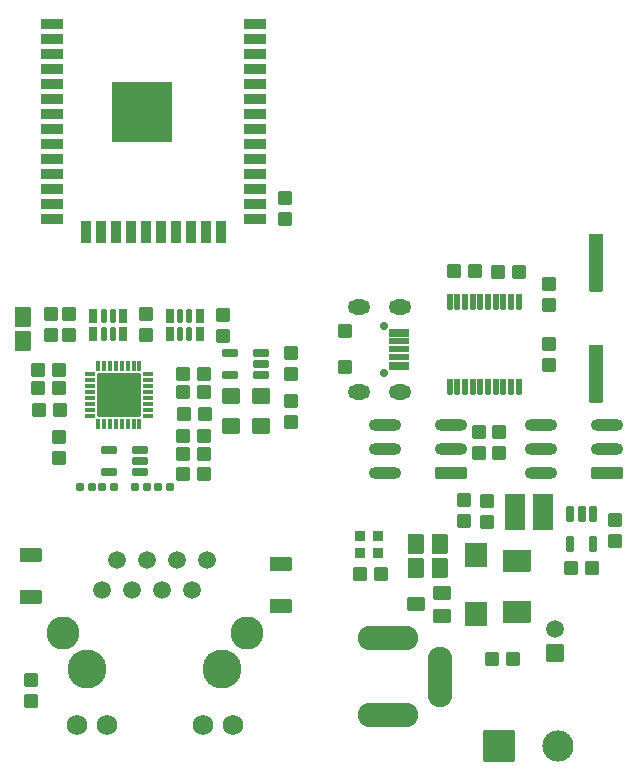
<source format=gbr>
%TF.GenerationSoftware,KiCad,Pcbnew,9.0.0*%
%TF.CreationDate,2025-04-12T10:41:42+08:00*%
%TF.ProjectId,ESP32-EVB_Rev_K1,45535033-322d-4455-9642-5f5265765f4b,K1*%
%TF.SameCoordinates,PXc1d4028PY6c847bc*%
%TF.FileFunction,Soldermask,Top*%
%TF.FilePolarity,Negative*%
%FSLAX46Y46*%
G04 Gerber Fmt 4.6, Leading zero omitted, Abs format (unit mm)*
G04 Created by KiCad (PCBNEW 9.0.0) date 2025-04-12 10:41:42*
%MOMM*%
%LPD*%
G01*
G04 APERTURE LIST*
G04 Aperture macros list*
%AMRoundRect*
0 Rectangle with rounded corners*
0 $1 Rounding radius*
0 $2 $3 $4 $5 $6 $7 $8 $9 X,Y pos of 4 corners*
0 Add a 4 corners polygon primitive as box body*
4,1,4,$2,$3,$4,$5,$6,$7,$8,$9,$2,$3,0*
0 Add four circle primitives for the rounded corners*
1,1,$1+$1,$2,$3*
1,1,$1+$1,$4,$5*
1,1,$1+$1,$6,$7*
1,1,$1+$1,$8,$9*
0 Add four rect primitives between the rounded corners*
20,1,$1+$1,$2,$3,$4,$5,0*
20,1,$1+$1,$4,$5,$6,$7,0*
20,1,$1+$1,$6,$7,$8,$9,0*
20,1,$1+$1,$8,$9,$2,$3,0*%
G04 Aperture macros list end*
%ADD10RoundRect,0.050800X-0.508000X0.508000X-0.508000X-0.508000X0.508000X-0.508000X0.508000X0.508000X0*%
%ADD11RoundRect,0.050800X0.508000X-0.508000X0.508000X0.508000X-0.508000X0.508000X-0.508000X-0.508000X0*%
%ADD12RoundRect,0.050800X-0.508000X-0.508000X0.508000X-0.508000X0.508000X0.508000X-0.508000X0.508000X0*%
%ADD13RoundRect,0.050800X0.700000X0.600000X-0.700000X0.600000X-0.700000X-0.600000X0.700000X-0.600000X0*%
%ADD14RoundRect,0.050800X-0.635000X0.762000X-0.635000X-0.762000X0.635000X-0.762000X0.635000X0.762000X0*%
%ADD15O,5.101600X2.101600*%
%ADD16O,2.101600X5.101600*%
%ADD17RoundRect,0.050800X-1.270000X-1.270000X1.270000X-1.270000X1.270000X1.270000X-1.270000X1.270000X0*%
%ADD18C,2.641600*%
%ADD19RoundRect,0.050800X0.508000X0.508000X-0.508000X0.508000X-0.508000X-0.508000X0.508000X-0.508000X0*%
%ADD20RoundRect,0.050800X0.317500X0.508000X-0.317500X0.508000X-0.317500X-0.508000X0.317500X-0.508000X0*%
%ADD21RoundRect,0.050800X0.190500X0.508000X-0.190500X0.508000X-0.190500X-0.508000X0.190500X-0.508000X0*%
%ADD22RoundRect,0.050800X-0.317500X-0.508000X0.317500X-0.508000X0.317500X0.508000X-0.317500X0.508000X0*%
%ADD23RoundRect,0.050800X-0.190500X-0.508000X0.190500X-0.508000X0.190500X0.508000X-0.190500X0.508000X0*%
%ADD24RoundRect,0.050800X0.275000X-0.600000X0.275000X0.600000X-0.275000X0.600000X-0.275000X-0.600000X0*%
%ADD25RoundRect,0.050800X-0.900000X-0.400000X0.900000X-0.400000X0.900000X0.400000X-0.900000X0.400000X0*%
%ADD26RoundRect,0.050800X-0.400000X-0.900000X0.400000X-0.900000X0.400000X0.900000X-0.400000X0.900000X0*%
%ADD27C,2.101600*%
%ADD28RoundRect,0.050800X-2.500000X-2.500000X2.500000X-2.500000X2.500000X2.500000X-2.500000X2.500000X0*%
%ADD29RoundRect,0.050800X0.400000X0.125000X-0.400000X0.125000X-0.400000X-0.125000X0.400000X-0.125000X0*%
%ADD30RoundRect,0.050800X-0.125000X0.400000X-0.125000X-0.400000X0.125000X-0.400000X0.125000X0.400000X0*%
%ADD31RoundRect,0.050800X-0.400000X-0.125000X0.400000X-0.125000X0.400000X0.125000X-0.400000X0.125000X0*%
%ADD32RoundRect,0.050800X0.125000X-0.400000X0.125000X0.400000X-0.125000X0.400000X-0.125000X-0.400000X0*%
%ADD33RoundRect,0.050800X0.200000X-0.200000X0.200000X0.200000X-0.200000X0.200000X-0.200000X-0.200000X0*%
%ADD34RoundRect,0.050800X0.711200X-0.711200X0.711200X0.711200X-0.711200X0.711200X-0.711200X-0.711200X0*%
%ADD35RoundRect,0.050800X1.800000X-1.800000X1.800000X1.800000X-1.800000X1.800000X-1.800000X-1.800000X0*%
%ADD36C,3.301600*%
%ADD37C,1.511600*%
%ADD38C,1.751600*%
%ADD39C,2.801600*%
%ADD40RoundRect,0.050800X0.889000X-0.508000X0.889000X0.508000X-0.889000X0.508000X-0.889000X-0.508000X0*%
%ADD41RoundRect,0.050800X-0.850000X1.000000X-0.850000X-1.000000X0.850000X-1.000000X0.850000X1.000000X0*%
%ADD42RoundRect,0.050800X-0.700000X-0.500000X0.700000X-0.500000X0.700000X0.500000X-0.700000X0.500000X0*%
%ADD43RoundRect,0.050800X-0.550000X2.413000X-0.550000X-2.413000X0.550000X-2.413000X0.550000X2.413000X0*%
%ADD44RoundRect,0.050800X-1.143000X0.889000X-1.143000X-0.889000X1.143000X-0.889000X1.143000X0.889000X0*%
%ADD45RoundRect,0.050800X-0.162500X-0.635000X0.162500X-0.635000X0.162500X0.635000X-0.162500X0.635000X0*%
%ADD46RoundRect,0.050800X-0.400000X-0.400000X0.400000X-0.400000X0.400000X0.400000X-0.400000X0.400000X0*%
%ADD47RoundRect,0.050800X-0.600000X-0.275000X0.600000X-0.275000X0.600000X0.275000X-0.600000X0.275000X0*%
%ADD48RoundRect,0.050800X-0.800000X-1.500000X0.800000X-1.500000X0.800000X1.500000X-0.800000X1.500000X0*%
%ADD49RoundRect,0.050800X0.700000X-0.700000X0.700000X0.700000X-0.700000X0.700000X-0.700000X-0.700000X0*%
%ADD50C,1.501600*%
%ADD51RoundRect,0.050800X-0.250000X-0.275000X0.250000X-0.275000X0.250000X0.275000X-0.250000X0.275000X0*%
%ADD52RoundRect,0.050800X0.250000X0.275000X-0.250000X0.275000X-0.250000X-0.275000X0.250000X-0.275000X0*%
%ADD53C,0.701600*%
%ADD54O,1.901600X1.301600*%
%ADD55RoundRect,0.050800X-0.500000X0.550000X-0.500000X-0.550000X0.500000X-0.550000X0.500000X0.550000X0*%
%ADD56RoundRect,0.050800X-0.825000X0.250000X-0.825000X-0.250000X0.825000X-0.250000X0.825000X0.250000X0*%
%ADD57RoundRect,0.050800X-0.825000X0.162500X-0.825000X-0.162500X0.825000X-0.162500X0.825000X0.162500X0*%
%ADD58RoundRect,0.101600X1.270000X0.400000X-1.270000X0.400000X-1.270000X-0.400000X1.270000X-0.400000X0*%
%ADD59O,2.743200X1.003200*%
G04 APERTURE END LIST*
D10*
%TO.C,C8*%
X3701949Y40981409D03*
X3701949Y39203409D03*
%TD*%
%TO.C,C9*%
X5225949Y40981409D03*
X5225949Y39203409D03*
%TD*%
D11*
%TO.C,C13*%
X11736240Y39180054D03*
X11736240Y40958054D03*
%TD*%
D12*
%TO.C,C15*%
X14877949Y30694409D03*
X16655949Y30694409D03*
%TD*%
%TO.C,C16*%
X14877949Y35901409D03*
X16655949Y35901409D03*
%TD*%
%TO.C,C17*%
X14877949Y34377409D03*
X16655949Y34377409D03*
%TD*%
%TO.C,C18*%
X2558949Y34758409D03*
X4336949Y34758409D03*
%TD*%
D13*
%TO.C,CR1*%
X21435949Y34008409D03*
X18895949Y34008409D03*
X18895949Y31468409D03*
X21435949Y31468409D03*
%TD*%
D14*
%TO.C,L3*%
X1329551Y40720844D03*
X1329551Y38688844D03*
%TD*%
D15*
%TO.C,PWR1*%
X32192983Y13531010D03*
X32192983Y7031010D03*
D16*
X36642983Y10231010D03*
%TD*%
D17*
%TO.C,PWR2*%
X41597291Y4429099D03*
D18*
X46597291Y4429099D03*
%TD*%
D12*
%TO.C,R26*%
X14850367Y27427345D03*
X16628367Y27427345D03*
%TD*%
D11*
%TO.C,R27*%
X2023393Y8255784D03*
X2023393Y10033784D03*
%TD*%
%TO.C,R34*%
X23965949Y31849409D03*
X23965949Y33627409D03*
%TD*%
D19*
%TO.C,R36*%
X16754949Y32538409D03*
X14976949Y32538409D03*
%TD*%
%TO.C,R38*%
X4336949Y36282409D03*
X2558949Y36282409D03*
%TD*%
D12*
%TO.C,R39*%
X14877949Y29170409D03*
X16655949Y29170409D03*
%TD*%
%TO.C,R41*%
X41522787Y44574603D03*
X43300787Y44574603D03*
%TD*%
D20*
%TO.C,RM2*%
X16277838Y40844982D03*
X16277838Y39320982D03*
D21*
X15388838Y40844982D03*
X15388838Y39320982D03*
X14626838Y40844982D03*
X14626838Y39320982D03*
D20*
X13737838Y40844982D03*
X13737838Y39320982D03*
%TD*%
D22*
%TO.C,RM3*%
X7234030Y39326823D03*
X7234030Y40850823D03*
D23*
X8123030Y39326823D03*
X8123030Y40850823D03*
X8885030Y39326823D03*
X8885030Y40850823D03*
D22*
X9774030Y39326823D03*
X9774030Y40850823D03*
%TD*%
D24*
%TO.C,U2*%
X49558877Y24075564D03*
X48608877Y24075564D03*
X47658877Y24075564D03*
X47658877Y21475564D03*
X49558877Y21475564D03*
%TD*%
D25*
%TO.C,U3*%
X3746949Y65573409D03*
X3746949Y64303409D03*
X3746949Y63033409D03*
X3746949Y61763409D03*
X3746949Y60493409D03*
X3746949Y59223409D03*
X3746949Y57953409D03*
X3746949Y56683409D03*
X3746949Y55413409D03*
X3746949Y54143409D03*
X3746949Y52873409D03*
X3746949Y51603409D03*
X3746949Y50333409D03*
X3746949Y49063409D03*
D26*
X6646949Y47963409D03*
X7916949Y47963409D03*
X9186949Y47963409D03*
X10456949Y47963409D03*
X11726949Y47963409D03*
X12996949Y47963409D03*
X14266949Y47963409D03*
X15536949Y47963409D03*
X16806949Y47963409D03*
X18076949Y47963409D03*
D25*
X20946949Y49063409D03*
X20946949Y50333409D03*
X20946949Y51603409D03*
X20946949Y52873409D03*
X20946949Y54143409D03*
X20946949Y55413409D03*
X20946949Y56683409D03*
X20946949Y57953409D03*
X20946949Y59223409D03*
X20946949Y60493409D03*
X20946949Y61763409D03*
X20946949Y63033409D03*
X20946949Y64303409D03*
X20946949Y65573409D03*
D27*
X11346949Y58063409D03*
D28*
X11346949Y58063409D03*
%TD*%
D29*
%TO.C,U4*%
X11866949Y32373409D03*
X11866949Y32873409D03*
X11866949Y33373409D03*
X11866949Y33873409D03*
X11866949Y34373409D03*
X11866949Y34873409D03*
X11866949Y35373409D03*
X11866949Y35873409D03*
D30*
X11166949Y36573409D03*
X10666949Y36573409D03*
X10166949Y36573409D03*
X9666949Y36573409D03*
X9166949Y36573409D03*
X8666949Y36573409D03*
X8166949Y36573409D03*
X7666949Y36573409D03*
D31*
X6966949Y35873409D03*
X6966949Y35373409D03*
X6966949Y34873409D03*
X6966949Y34373409D03*
X6966949Y33873409D03*
X6966949Y33373409D03*
X6966949Y32873409D03*
X6966949Y32373409D03*
D32*
X7666949Y31673409D03*
X8166949Y31673409D03*
X8666949Y31673409D03*
X9166949Y31673409D03*
X9666949Y31673409D03*
X10166949Y31673409D03*
X10666949Y31673409D03*
X11166949Y31673409D03*
D33*
X8916949Y32823409D03*
X9916949Y32823409D03*
X8116949Y33623409D03*
X10716949Y33623409D03*
D34*
X9416949Y34123409D03*
D35*
X9416949Y34123409D03*
D33*
X8116949Y34623409D03*
X10716949Y34623409D03*
X8916949Y35423409D03*
X9916949Y35423409D03*
%TD*%
D36*
%TO.C,LAN1*%
X6756949Y10928409D03*
X18186949Y10928409D03*
D37*
X8016949Y17628409D03*
X9286949Y20168409D03*
X10556949Y17628409D03*
X11826949Y20168409D03*
X13096949Y17628409D03*
X14366949Y20168409D03*
X15636949Y17628409D03*
X16906949Y20168409D03*
D38*
X16541949Y6179909D03*
X5861949Y6179909D03*
D39*
X4671949Y13978409D03*
X20271949Y13978409D03*
D38*
X19081949Y6179909D03*
X8401949Y6179909D03*
%TD*%
D40*
%TO.C,C19*%
X2023393Y17027781D03*
X2023393Y20583781D03*
%TD*%
%TO.C,C20*%
X23186949Y16290409D03*
X23186949Y19846409D03*
%TD*%
D19*
%TO.C,R4*%
X31580870Y18976913D03*
X29802870Y18976913D03*
%TD*%
D11*
%TO.C,R19*%
X51421147Y21735005D03*
X51421147Y23513005D03*
%TD*%
D19*
%TO.C,R20*%
X49512046Y19514105D03*
X47734046Y19514105D03*
%TD*%
D11*
%TO.C,C21*%
X45815819Y41773299D03*
X45815819Y43551299D03*
%TD*%
D10*
%TO.C,C22*%
X45815819Y38440299D03*
X45815819Y36662299D03*
%TD*%
%TO.C,C24*%
X39933745Y31005736D03*
X39933745Y29227736D03*
%TD*%
D41*
%TO.C,D6*%
X39621180Y20547151D03*
X39621180Y15547151D03*
%TD*%
D42*
%TO.C,FET2*%
X36811163Y15459289D03*
X36811163Y17361749D03*
X34601363Y16406709D03*
%TD*%
D43*
%TO.C,Q3*%
X49796775Y45341656D03*
X49796775Y35943656D03*
%TD*%
D12*
%TO.C,R30*%
X41053948Y11799483D03*
X42831948Y11799483D03*
%TD*%
D19*
%TO.C,R42*%
X39608951Y44589430D03*
X37830951Y44589430D03*
%TD*%
D11*
%TO.C,R54*%
X23466949Y49014409D03*
X23466949Y50792409D03*
%TD*%
D44*
%TO.C,D2*%
X43133382Y20072181D03*
X43133382Y15718181D03*
%TD*%
D10*
%TO.C,R57*%
X23965949Y37678409D03*
X23965949Y35900409D03*
%TD*%
D12*
%TO.C,C12*%
X2674255Y32832223D03*
X4452255Y32832223D03*
%TD*%
D14*
%TO.C,C1*%
X36618410Y21474926D03*
X34586410Y21474926D03*
%TD*%
%TO.C,C2*%
X36618410Y19442926D03*
X34586410Y19442926D03*
%TD*%
D10*
%TO.C,C14*%
X4374744Y30586231D03*
X4374744Y28808231D03*
%TD*%
D11*
%TO.C,C28*%
X18222838Y39139982D03*
X18222838Y40917982D03*
%TD*%
D10*
%TO.C,R40*%
X41588532Y31005736D03*
X41588532Y29227736D03*
%TD*%
D45*
%TO.C,U5*%
X37433730Y34793958D03*
X38083730Y34793958D03*
X38733730Y34793958D03*
X39383730Y34793958D03*
X40033730Y34793958D03*
X40683730Y34793958D03*
X41333730Y34793958D03*
X41983730Y34793958D03*
X42633730Y34793958D03*
X43283730Y34793958D03*
X43283730Y42032958D03*
X42633730Y42032958D03*
X41983730Y42032958D03*
X41333730Y42032958D03*
X40683730Y42032958D03*
X40033730Y42032958D03*
X39383730Y42032958D03*
X38733730Y42032958D03*
X38083730Y42032958D03*
X37433730Y42032958D03*
%TD*%
D10*
%TO.C,C7*%
X38602769Y25229902D03*
X38602769Y23451902D03*
%TD*%
%TO.C,C6*%
X40612154Y25196131D03*
X40612154Y23418131D03*
%TD*%
D46*
%TO.C,CHARGE1*%
X31392947Y22193546D03*
X29868947Y22193546D03*
%TD*%
D47*
%TO.C,U8*%
X21465949Y35788409D03*
X21465949Y36738409D03*
X21465949Y37688409D03*
X18865949Y37688409D03*
X18865949Y35788409D03*
%TD*%
D48*
%TO.C,L2*%
X45341242Y24205817D03*
X42941242Y24205817D03*
%TD*%
D49*
%TO.C,BAT1*%
X46312750Y12324500D03*
D50*
X46310210Y14336180D03*
%TD*%
D46*
%TO.C,PWRLED1*%
X31392947Y20758270D03*
X29868947Y20758270D03*
%TD*%
D51*
%TO.C,R33*%
X9035949Y26376409D03*
D52*
X8019949Y26376409D03*
%TD*%
%TO.C,R32*%
X6114949Y26376409D03*
D51*
X7130949Y26376409D03*
%TD*%
%TO.C,R31*%
X13734949Y26376409D03*
D52*
X12718949Y26376409D03*
%TD*%
%TO.C,R28*%
X10813949Y26376409D03*
D51*
X11829949Y26376409D03*
%TD*%
D53*
%TO.C,USB-UART1*%
X31882412Y36014736D03*
X31882412Y40014736D03*
D54*
X33202412Y34414736D03*
X33202412Y41614736D03*
X29732412Y34414736D03*
X29732412Y41614736D03*
D55*
X28582412Y36514736D03*
X28582412Y39514736D03*
D56*
X33132412Y39402236D03*
D57*
X33132412Y38664736D03*
X33132412Y38014736D03*
X33132412Y37364736D03*
D56*
X33132412Y36627236D03*
%TD*%
D47*
%TO.C,TVS1*%
X11224949Y27585409D03*
X11224949Y28535409D03*
X11224949Y29485409D03*
X8624949Y29485409D03*
X8624949Y27585409D03*
%TD*%
D58*
%TO.C,U6*%
X37528890Y27551700D03*
D59*
X31940890Y27551700D03*
X37528890Y29551700D03*
X31940890Y29551700D03*
X37528890Y31551700D03*
X31940890Y31551700D03*
%TD*%
D58*
%TO.C,U7*%
X50726937Y27551700D03*
D59*
X45138937Y27551700D03*
X50726937Y29551700D03*
X45138937Y29551700D03*
X50726937Y31551700D03*
X45138937Y31551700D03*
%TD*%
M02*

</source>
